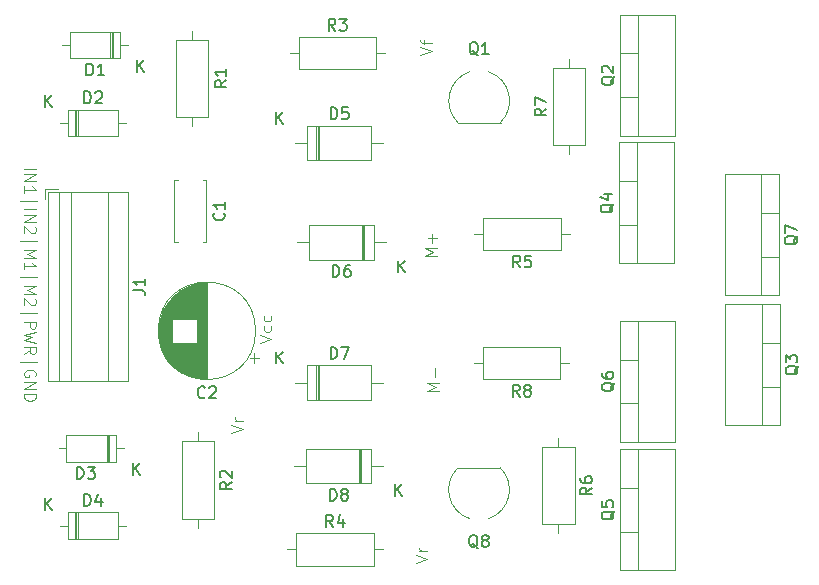
<source format=gbr>
%TF.GenerationSoftware,KiCad,Pcbnew,9.0.1*%
%TF.CreationDate,2025-04-11T16:43:42-04:00*%
%TF.ProjectId,h-bridge,682d6272-6964-4676-952e-6b696361645f,rev?*%
%TF.SameCoordinates,Original*%
%TF.FileFunction,Legend,Top*%
%TF.FilePolarity,Positive*%
%FSLAX46Y46*%
G04 Gerber Fmt 4.6, Leading zero omitted, Abs format (unit mm)*
G04 Created by KiCad (PCBNEW 9.0.1) date 2025-04-11 16:43:42*
%MOMM*%
%LPD*%
G01*
G04 APERTURE LIST*
%ADD10C,0.100000*%
%ADD11C,0.150000*%
%ADD12C,0.120000*%
G04 APERTURE END LIST*
D10*
X129472419Y-117063972D02*
X130472419Y-116730639D01*
X130472419Y-116730639D02*
X129472419Y-116397306D01*
X130472419Y-116063972D02*
X129805752Y-116063972D01*
X129996228Y-116063972D02*
X129900990Y-116016353D01*
X129900990Y-116016353D02*
X129853371Y-115968734D01*
X129853371Y-115968734D02*
X129805752Y-115873496D01*
X129805752Y-115873496D02*
X129805752Y-115778258D01*
X129872419Y-74038972D02*
X130872419Y-73705639D01*
X130872419Y-73705639D02*
X129872419Y-73372306D01*
X130205752Y-73181829D02*
X130205752Y-72800877D01*
X130872419Y-73038972D02*
X130015276Y-73038972D01*
X130015276Y-73038972D02*
X129920038Y-72991353D01*
X129920038Y-72991353D02*
X129872419Y-72896115D01*
X129872419Y-72896115D02*
X129872419Y-72800877D01*
X116272419Y-98438972D02*
X117272419Y-98105639D01*
X117272419Y-98105639D02*
X116272419Y-97772306D01*
X117224800Y-97010401D02*
X117272419Y-97105639D01*
X117272419Y-97105639D02*
X117272419Y-97296115D01*
X117272419Y-97296115D02*
X117224800Y-97391353D01*
X117224800Y-97391353D02*
X117177180Y-97438972D01*
X117177180Y-97438972D02*
X117081942Y-97486591D01*
X117081942Y-97486591D02*
X116796228Y-97486591D01*
X116796228Y-97486591D02*
X116700990Y-97438972D01*
X116700990Y-97438972D02*
X116653371Y-97391353D01*
X116653371Y-97391353D02*
X116605752Y-97296115D01*
X116605752Y-97296115D02*
X116605752Y-97105639D01*
X116605752Y-97105639D02*
X116653371Y-97010401D01*
X117224800Y-96153258D02*
X117272419Y-96248496D01*
X117272419Y-96248496D02*
X117272419Y-96438972D01*
X117272419Y-96438972D02*
X117224800Y-96534210D01*
X117224800Y-96534210D02*
X117177180Y-96581829D01*
X117177180Y-96581829D02*
X117081942Y-96629448D01*
X117081942Y-96629448D02*
X116796228Y-96629448D01*
X116796228Y-96629448D02*
X116700990Y-96581829D01*
X116700990Y-96581829D02*
X116653371Y-96534210D01*
X116653371Y-96534210D02*
X116605752Y-96438972D01*
X116605752Y-96438972D02*
X116605752Y-96248496D01*
X116605752Y-96248496D02*
X116653371Y-96153258D01*
X131472419Y-102496115D02*
X130472419Y-102496115D01*
X130472419Y-102496115D02*
X131186704Y-102162782D01*
X131186704Y-102162782D02*
X130472419Y-101829449D01*
X130472419Y-101829449D02*
X131472419Y-101829449D01*
X131091466Y-101353258D02*
X131091466Y-100591354D01*
X131272419Y-91096115D02*
X130272419Y-91096115D01*
X130272419Y-91096115D02*
X130986704Y-90762782D01*
X130986704Y-90762782D02*
X130272419Y-90429449D01*
X130272419Y-90429449D02*
X131272419Y-90429449D01*
X130891466Y-89953258D02*
X130891466Y-89191354D01*
X131272419Y-89572306D02*
X130510514Y-89572306D01*
X96327580Y-83703884D02*
X97327580Y-83703884D01*
X96327580Y-84180074D02*
X97327580Y-84180074D01*
X97327580Y-84180074D02*
X96327580Y-84751502D01*
X96327580Y-84751502D02*
X97327580Y-84751502D01*
X96327580Y-85751502D02*
X96327580Y-85180074D01*
X96327580Y-85465788D02*
X97327580Y-85465788D01*
X97327580Y-85465788D02*
X97184723Y-85370550D01*
X97184723Y-85370550D02*
X97089485Y-85275312D01*
X97089485Y-85275312D02*
X97041866Y-85180074D01*
X95994247Y-86418169D02*
X97422819Y-86418169D01*
X96327580Y-87132455D02*
X97327580Y-87132455D01*
X96327580Y-87608645D02*
X97327580Y-87608645D01*
X97327580Y-87608645D02*
X96327580Y-88180073D01*
X96327580Y-88180073D02*
X97327580Y-88180073D01*
X97232342Y-88608645D02*
X97279961Y-88656264D01*
X97279961Y-88656264D02*
X97327580Y-88751502D01*
X97327580Y-88751502D02*
X97327580Y-88989597D01*
X97327580Y-88989597D02*
X97279961Y-89084835D01*
X97279961Y-89084835D02*
X97232342Y-89132454D01*
X97232342Y-89132454D02*
X97137104Y-89180073D01*
X97137104Y-89180073D02*
X97041866Y-89180073D01*
X97041866Y-89180073D02*
X96899009Y-89132454D01*
X96899009Y-89132454D02*
X96327580Y-88561026D01*
X96327580Y-88561026D02*
X96327580Y-89180073D01*
X95994247Y-89846740D02*
X97422819Y-89846740D01*
X96327580Y-90561026D02*
X97327580Y-90561026D01*
X97327580Y-90561026D02*
X96613295Y-90894359D01*
X96613295Y-90894359D02*
X97327580Y-91227692D01*
X97327580Y-91227692D02*
X96327580Y-91227692D01*
X96327580Y-92227692D02*
X96327580Y-91656264D01*
X96327580Y-91941978D02*
X97327580Y-91941978D01*
X97327580Y-91941978D02*
X97184723Y-91846740D01*
X97184723Y-91846740D02*
X97089485Y-91751502D01*
X97089485Y-91751502D02*
X97041866Y-91656264D01*
X95994247Y-92894359D02*
X97422819Y-92894359D01*
X96327580Y-93608645D02*
X97327580Y-93608645D01*
X97327580Y-93608645D02*
X96613295Y-93941978D01*
X96613295Y-93941978D02*
X97327580Y-94275311D01*
X97327580Y-94275311D02*
X96327580Y-94275311D01*
X97232342Y-94703883D02*
X97279961Y-94751502D01*
X97279961Y-94751502D02*
X97327580Y-94846740D01*
X97327580Y-94846740D02*
X97327580Y-95084835D01*
X97327580Y-95084835D02*
X97279961Y-95180073D01*
X97279961Y-95180073D02*
X97232342Y-95227692D01*
X97232342Y-95227692D02*
X97137104Y-95275311D01*
X97137104Y-95275311D02*
X97041866Y-95275311D01*
X97041866Y-95275311D02*
X96899009Y-95227692D01*
X96899009Y-95227692D02*
X96327580Y-94656264D01*
X96327580Y-94656264D02*
X96327580Y-95275311D01*
X95994247Y-95941978D02*
X97422819Y-95941978D01*
X96327580Y-96656264D02*
X97327580Y-96656264D01*
X97327580Y-96656264D02*
X97327580Y-97037216D01*
X97327580Y-97037216D02*
X97279961Y-97132454D01*
X97279961Y-97132454D02*
X97232342Y-97180073D01*
X97232342Y-97180073D02*
X97137104Y-97227692D01*
X97137104Y-97227692D02*
X96994247Y-97227692D01*
X96994247Y-97227692D02*
X96899009Y-97180073D01*
X96899009Y-97180073D02*
X96851390Y-97132454D01*
X96851390Y-97132454D02*
X96803771Y-97037216D01*
X96803771Y-97037216D02*
X96803771Y-96656264D01*
X97327580Y-97561026D02*
X96327580Y-97799121D01*
X96327580Y-97799121D02*
X97041866Y-97989597D01*
X97041866Y-97989597D02*
X96327580Y-98180073D01*
X96327580Y-98180073D02*
X97327580Y-98418169D01*
X96327580Y-99370549D02*
X96803771Y-99037216D01*
X96327580Y-98799121D02*
X97327580Y-98799121D01*
X97327580Y-98799121D02*
X97327580Y-99180073D01*
X97327580Y-99180073D02*
X97279961Y-99275311D01*
X97279961Y-99275311D02*
X97232342Y-99322930D01*
X97232342Y-99322930D02*
X97137104Y-99370549D01*
X97137104Y-99370549D02*
X96994247Y-99370549D01*
X96994247Y-99370549D02*
X96899009Y-99322930D01*
X96899009Y-99322930D02*
X96851390Y-99275311D01*
X96851390Y-99275311D02*
X96803771Y-99180073D01*
X96803771Y-99180073D02*
X96803771Y-98799121D01*
X95994247Y-100037216D02*
X97422819Y-100037216D01*
X97279961Y-101275311D02*
X97327580Y-101180073D01*
X97327580Y-101180073D02*
X97327580Y-101037216D01*
X97327580Y-101037216D02*
X97279961Y-100894359D01*
X97279961Y-100894359D02*
X97184723Y-100799121D01*
X97184723Y-100799121D02*
X97089485Y-100751502D01*
X97089485Y-100751502D02*
X96899009Y-100703883D01*
X96899009Y-100703883D02*
X96756152Y-100703883D01*
X96756152Y-100703883D02*
X96565676Y-100751502D01*
X96565676Y-100751502D02*
X96470438Y-100799121D01*
X96470438Y-100799121D02*
X96375200Y-100894359D01*
X96375200Y-100894359D02*
X96327580Y-101037216D01*
X96327580Y-101037216D02*
X96327580Y-101132454D01*
X96327580Y-101132454D02*
X96375200Y-101275311D01*
X96375200Y-101275311D02*
X96422819Y-101322930D01*
X96422819Y-101322930D02*
X96756152Y-101322930D01*
X96756152Y-101322930D02*
X96756152Y-101132454D01*
X96327580Y-101751502D02*
X97327580Y-101751502D01*
X97327580Y-101751502D02*
X96327580Y-102322930D01*
X96327580Y-102322930D02*
X97327580Y-102322930D01*
X96327580Y-102799121D02*
X97327580Y-102799121D01*
X97327580Y-102799121D02*
X97327580Y-103037216D01*
X97327580Y-103037216D02*
X97279961Y-103180073D01*
X97279961Y-103180073D02*
X97184723Y-103275311D01*
X97184723Y-103275311D02*
X97089485Y-103322930D01*
X97089485Y-103322930D02*
X96899009Y-103370549D01*
X96899009Y-103370549D02*
X96756152Y-103370549D01*
X96756152Y-103370549D02*
X96565676Y-103322930D01*
X96565676Y-103322930D02*
X96470438Y-103275311D01*
X96470438Y-103275311D02*
X96375200Y-103180073D01*
X96375200Y-103180073D02*
X96327580Y-103037216D01*
X96327580Y-103037216D02*
X96327580Y-102799121D01*
X113872419Y-106038972D02*
X114872419Y-105705639D01*
X114872419Y-105705639D02*
X113872419Y-105372306D01*
X114872419Y-105038972D02*
X114205752Y-105038972D01*
X114396228Y-105038972D02*
X114300990Y-104991353D01*
X114300990Y-104991353D02*
X114253371Y-104943734D01*
X114253371Y-104943734D02*
X114205752Y-104848496D01*
X114205752Y-104848496D02*
X114205752Y-104753258D01*
D11*
X134749761Y-115825057D02*
X134654523Y-115777438D01*
X134654523Y-115777438D02*
X134559285Y-115682200D01*
X134559285Y-115682200D02*
X134416428Y-115539342D01*
X134416428Y-115539342D02*
X134321190Y-115491723D01*
X134321190Y-115491723D02*
X134225952Y-115491723D01*
X134273571Y-115729819D02*
X134178333Y-115682200D01*
X134178333Y-115682200D02*
X134083095Y-115586961D01*
X134083095Y-115586961D02*
X134035476Y-115396485D01*
X134035476Y-115396485D02*
X134035476Y-115063152D01*
X134035476Y-115063152D02*
X134083095Y-114872676D01*
X134083095Y-114872676D02*
X134178333Y-114777438D01*
X134178333Y-114777438D02*
X134273571Y-114729819D01*
X134273571Y-114729819D02*
X134464047Y-114729819D01*
X134464047Y-114729819D02*
X134559285Y-114777438D01*
X134559285Y-114777438D02*
X134654523Y-114872676D01*
X134654523Y-114872676D02*
X134702142Y-115063152D01*
X134702142Y-115063152D02*
X134702142Y-115396485D01*
X134702142Y-115396485D02*
X134654523Y-115586961D01*
X134654523Y-115586961D02*
X134559285Y-115682200D01*
X134559285Y-115682200D02*
X134464047Y-115729819D01*
X134464047Y-115729819D02*
X134273571Y-115729819D01*
X135273571Y-115158390D02*
X135178333Y-115110771D01*
X135178333Y-115110771D02*
X135130714Y-115063152D01*
X135130714Y-115063152D02*
X135083095Y-114967914D01*
X135083095Y-114967914D02*
X135083095Y-114920295D01*
X135083095Y-114920295D02*
X135130714Y-114825057D01*
X135130714Y-114825057D02*
X135178333Y-114777438D01*
X135178333Y-114777438D02*
X135273571Y-114729819D01*
X135273571Y-114729819D02*
X135464047Y-114729819D01*
X135464047Y-114729819D02*
X135559285Y-114777438D01*
X135559285Y-114777438D02*
X135606904Y-114825057D01*
X135606904Y-114825057D02*
X135654523Y-114920295D01*
X135654523Y-114920295D02*
X135654523Y-114967914D01*
X135654523Y-114967914D02*
X135606904Y-115063152D01*
X135606904Y-115063152D02*
X135559285Y-115110771D01*
X135559285Y-115110771D02*
X135464047Y-115158390D01*
X135464047Y-115158390D02*
X135273571Y-115158390D01*
X135273571Y-115158390D02*
X135178333Y-115206009D01*
X135178333Y-115206009D02*
X135130714Y-115253628D01*
X135130714Y-115253628D02*
X135083095Y-115348866D01*
X135083095Y-115348866D02*
X135083095Y-115539342D01*
X135083095Y-115539342D02*
X135130714Y-115634580D01*
X135130714Y-115634580D02*
X135178333Y-115682200D01*
X135178333Y-115682200D02*
X135273571Y-115729819D01*
X135273571Y-115729819D02*
X135464047Y-115729819D01*
X135464047Y-115729819D02*
X135559285Y-115682200D01*
X135559285Y-115682200D02*
X135606904Y-115634580D01*
X135606904Y-115634580D02*
X135654523Y-115539342D01*
X135654523Y-115539342D02*
X135654523Y-115348866D01*
X135654523Y-115348866D02*
X135606904Y-115253628D01*
X135606904Y-115253628D02*
X135559285Y-115206009D01*
X135559285Y-115206009D02*
X135464047Y-115158390D01*
X134774761Y-74095057D02*
X134679523Y-74047438D01*
X134679523Y-74047438D02*
X134584285Y-73952200D01*
X134584285Y-73952200D02*
X134441428Y-73809342D01*
X134441428Y-73809342D02*
X134346190Y-73761723D01*
X134346190Y-73761723D02*
X134250952Y-73761723D01*
X134298571Y-73999819D02*
X134203333Y-73952200D01*
X134203333Y-73952200D02*
X134108095Y-73856961D01*
X134108095Y-73856961D02*
X134060476Y-73666485D01*
X134060476Y-73666485D02*
X134060476Y-73333152D01*
X134060476Y-73333152D02*
X134108095Y-73142676D01*
X134108095Y-73142676D02*
X134203333Y-73047438D01*
X134203333Y-73047438D02*
X134298571Y-72999819D01*
X134298571Y-72999819D02*
X134489047Y-72999819D01*
X134489047Y-72999819D02*
X134584285Y-73047438D01*
X134584285Y-73047438D02*
X134679523Y-73142676D01*
X134679523Y-73142676D02*
X134727142Y-73333152D01*
X134727142Y-73333152D02*
X134727142Y-73666485D01*
X134727142Y-73666485D02*
X134679523Y-73856961D01*
X134679523Y-73856961D02*
X134584285Y-73952200D01*
X134584285Y-73952200D02*
X134489047Y-73999819D01*
X134489047Y-73999819D02*
X134298571Y-73999819D01*
X135679523Y-73999819D02*
X135108095Y-73999819D01*
X135393809Y-73999819D02*
X135393809Y-72999819D01*
X135393809Y-72999819D02*
X135298571Y-73142676D01*
X135298571Y-73142676D02*
X135203333Y-73237914D01*
X135203333Y-73237914D02*
X135108095Y-73285533D01*
X101416905Y-78159819D02*
X101416905Y-77159819D01*
X101416905Y-77159819D02*
X101655000Y-77159819D01*
X101655000Y-77159819D02*
X101797857Y-77207438D01*
X101797857Y-77207438D02*
X101893095Y-77302676D01*
X101893095Y-77302676D02*
X101940714Y-77397914D01*
X101940714Y-77397914D02*
X101988333Y-77588390D01*
X101988333Y-77588390D02*
X101988333Y-77731247D01*
X101988333Y-77731247D02*
X101940714Y-77921723D01*
X101940714Y-77921723D02*
X101893095Y-78016961D01*
X101893095Y-78016961D02*
X101797857Y-78112200D01*
X101797857Y-78112200D02*
X101655000Y-78159819D01*
X101655000Y-78159819D02*
X101416905Y-78159819D01*
X102369286Y-77255057D02*
X102416905Y-77207438D01*
X102416905Y-77207438D02*
X102512143Y-77159819D01*
X102512143Y-77159819D02*
X102750238Y-77159819D01*
X102750238Y-77159819D02*
X102845476Y-77207438D01*
X102845476Y-77207438D02*
X102893095Y-77255057D01*
X102893095Y-77255057D02*
X102940714Y-77350295D01*
X102940714Y-77350295D02*
X102940714Y-77445533D01*
X102940714Y-77445533D02*
X102893095Y-77588390D01*
X102893095Y-77588390D02*
X102321667Y-78159819D01*
X102321667Y-78159819D02*
X102940714Y-78159819D01*
X98083095Y-78479819D02*
X98083095Y-77479819D01*
X98654523Y-78479819D02*
X98225952Y-77908390D01*
X98654523Y-77479819D02*
X98083095Y-78051247D01*
X113459819Y-76211666D02*
X112983628Y-76544999D01*
X113459819Y-76783094D02*
X112459819Y-76783094D01*
X112459819Y-76783094D02*
X112459819Y-76402142D01*
X112459819Y-76402142D02*
X112507438Y-76306904D01*
X112507438Y-76306904D02*
X112555057Y-76259285D01*
X112555057Y-76259285D02*
X112650295Y-76211666D01*
X112650295Y-76211666D02*
X112793152Y-76211666D01*
X112793152Y-76211666D02*
X112888390Y-76259285D01*
X112888390Y-76259285D02*
X112936009Y-76306904D01*
X112936009Y-76306904D02*
X112983628Y-76402142D01*
X112983628Y-76402142D02*
X112983628Y-76783094D01*
X113459819Y-75259285D02*
X113459819Y-75830713D01*
X113459819Y-75544999D02*
X112459819Y-75544999D01*
X112459819Y-75544999D02*
X112602676Y-75640237D01*
X112602676Y-75640237D02*
X112697914Y-75735475D01*
X112697914Y-75735475D02*
X112745533Y-75830713D01*
X111643635Y-103034580D02*
X111596016Y-103082200D01*
X111596016Y-103082200D02*
X111453159Y-103129819D01*
X111453159Y-103129819D02*
X111357921Y-103129819D01*
X111357921Y-103129819D02*
X111215064Y-103082200D01*
X111215064Y-103082200D02*
X111119826Y-102986961D01*
X111119826Y-102986961D02*
X111072207Y-102891723D01*
X111072207Y-102891723D02*
X111024588Y-102701247D01*
X111024588Y-102701247D02*
X111024588Y-102558390D01*
X111024588Y-102558390D02*
X111072207Y-102367914D01*
X111072207Y-102367914D02*
X111119826Y-102272676D01*
X111119826Y-102272676D02*
X111215064Y-102177438D01*
X111215064Y-102177438D02*
X111357921Y-102129819D01*
X111357921Y-102129819D02*
X111453159Y-102129819D01*
X111453159Y-102129819D02*
X111596016Y-102177438D01*
X111596016Y-102177438D02*
X111643635Y-102225057D01*
X112024588Y-102225057D02*
X112072207Y-102177438D01*
X112072207Y-102177438D02*
X112167445Y-102129819D01*
X112167445Y-102129819D02*
X112405540Y-102129819D01*
X112405540Y-102129819D02*
X112500778Y-102177438D01*
X112500778Y-102177438D02*
X112548397Y-102225057D01*
X112548397Y-102225057D02*
X112596016Y-102320295D01*
X112596016Y-102320295D02*
X112596016Y-102415533D01*
X112596016Y-102415533D02*
X112548397Y-102558390D01*
X112548397Y-102558390D02*
X111976969Y-103129819D01*
X111976969Y-103129819D02*
X112596016Y-103129819D01*
X101416905Y-112259819D02*
X101416905Y-111259819D01*
X101416905Y-111259819D02*
X101655000Y-111259819D01*
X101655000Y-111259819D02*
X101797857Y-111307438D01*
X101797857Y-111307438D02*
X101893095Y-111402676D01*
X101893095Y-111402676D02*
X101940714Y-111497914D01*
X101940714Y-111497914D02*
X101988333Y-111688390D01*
X101988333Y-111688390D02*
X101988333Y-111831247D01*
X101988333Y-111831247D02*
X101940714Y-112021723D01*
X101940714Y-112021723D02*
X101893095Y-112116961D01*
X101893095Y-112116961D02*
X101797857Y-112212200D01*
X101797857Y-112212200D02*
X101655000Y-112259819D01*
X101655000Y-112259819D02*
X101416905Y-112259819D01*
X102845476Y-111593152D02*
X102845476Y-112259819D01*
X102607381Y-111212200D02*
X102369286Y-111926485D01*
X102369286Y-111926485D02*
X102988333Y-111926485D01*
X98083095Y-112579819D02*
X98083095Y-111579819D01*
X98654523Y-112579819D02*
X98225952Y-112008390D01*
X98654523Y-111579819D02*
X98083095Y-112151247D01*
X144399819Y-110706666D02*
X143923628Y-111039999D01*
X144399819Y-111278094D02*
X143399819Y-111278094D01*
X143399819Y-111278094D02*
X143399819Y-110897142D01*
X143399819Y-110897142D02*
X143447438Y-110801904D01*
X143447438Y-110801904D02*
X143495057Y-110754285D01*
X143495057Y-110754285D02*
X143590295Y-110706666D01*
X143590295Y-110706666D02*
X143733152Y-110706666D01*
X143733152Y-110706666D02*
X143828390Y-110754285D01*
X143828390Y-110754285D02*
X143876009Y-110801904D01*
X143876009Y-110801904D02*
X143923628Y-110897142D01*
X143923628Y-110897142D02*
X143923628Y-111278094D01*
X143399819Y-109849523D02*
X143399819Y-110039999D01*
X143399819Y-110039999D02*
X143447438Y-110135237D01*
X143447438Y-110135237D02*
X143495057Y-110182856D01*
X143495057Y-110182856D02*
X143637914Y-110278094D01*
X143637914Y-110278094D02*
X143828390Y-110325713D01*
X143828390Y-110325713D02*
X144209342Y-110325713D01*
X144209342Y-110325713D02*
X144304580Y-110278094D01*
X144304580Y-110278094D02*
X144352200Y-110230475D01*
X144352200Y-110230475D02*
X144399819Y-110135237D01*
X144399819Y-110135237D02*
X144399819Y-109944761D01*
X144399819Y-109944761D02*
X144352200Y-109849523D01*
X144352200Y-109849523D02*
X144304580Y-109801904D01*
X144304580Y-109801904D02*
X144209342Y-109754285D01*
X144209342Y-109754285D02*
X143971247Y-109754285D01*
X143971247Y-109754285D02*
X143876009Y-109801904D01*
X143876009Y-109801904D02*
X143828390Y-109849523D01*
X143828390Y-109849523D02*
X143780771Y-109944761D01*
X143780771Y-109944761D02*
X143780771Y-110135237D01*
X143780771Y-110135237D02*
X143828390Y-110230475D01*
X143828390Y-110230475D02*
X143876009Y-110278094D01*
X143876009Y-110278094D02*
X143971247Y-110325713D01*
X122216905Y-111799819D02*
X122216905Y-110799819D01*
X122216905Y-110799819D02*
X122455000Y-110799819D01*
X122455000Y-110799819D02*
X122597857Y-110847438D01*
X122597857Y-110847438D02*
X122693095Y-110942676D01*
X122693095Y-110942676D02*
X122740714Y-111037914D01*
X122740714Y-111037914D02*
X122788333Y-111228390D01*
X122788333Y-111228390D02*
X122788333Y-111371247D01*
X122788333Y-111371247D02*
X122740714Y-111561723D01*
X122740714Y-111561723D02*
X122693095Y-111656961D01*
X122693095Y-111656961D02*
X122597857Y-111752200D01*
X122597857Y-111752200D02*
X122455000Y-111799819D01*
X122455000Y-111799819D02*
X122216905Y-111799819D01*
X123359762Y-111228390D02*
X123264524Y-111180771D01*
X123264524Y-111180771D02*
X123216905Y-111133152D01*
X123216905Y-111133152D02*
X123169286Y-111037914D01*
X123169286Y-111037914D02*
X123169286Y-110990295D01*
X123169286Y-110990295D02*
X123216905Y-110895057D01*
X123216905Y-110895057D02*
X123264524Y-110847438D01*
X123264524Y-110847438D02*
X123359762Y-110799819D01*
X123359762Y-110799819D02*
X123550238Y-110799819D01*
X123550238Y-110799819D02*
X123645476Y-110847438D01*
X123645476Y-110847438D02*
X123693095Y-110895057D01*
X123693095Y-110895057D02*
X123740714Y-110990295D01*
X123740714Y-110990295D02*
X123740714Y-111037914D01*
X123740714Y-111037914D02*
X123693095Y-111133152D01*
X123693095Y-111133152D02*
X123645476Y-111180771D01*
X123645476Y-111180771D02*
X123550238Y-111228390D01*
X123550238Y-111228390D02*
X123359762Y-111228390D01*
X123359762Y-111228390D02*
X123264524Y-111276009D01*
X123264524Y-111276009D02*
X123216905Y-111323628D01*
X123216905Y-111323628D02*
X123169286Y-111418866D01*
X123169286Y-111418866D02*
X123169286Y-111609342D01*
X123169286Y-111609342D02*
X123216905Y-111704580D01*
X123216905Y-111704580D02*
X123264524Y-111752200D01*
X123264524Y-111752200D02*
X123359762Y-111799819D01*
X123359762Y-111799819D02*
X123550238Y-111799819D01*
X123550238Y-111799819D02*
X123645476Y-111752200D01*
X123645476Y-111752200D02*
X123693095Y-111704580D01*
X123693095Y-111704580D02*
X123740714Y-111609342D01*
X123740714Y-111609342D02*
X123740714Y-111418866D01*
X123740714Y-111418866D02*
X123693095Y-111323628D01*
X123693095Y-111323628D02*
X123645476Y-111276009D01*
X123645476Y-111276009D02*
X123550238Y-111228390D01*
X127773095Y-111429819D02*
X127773095Y-110429819D01*
X128344523Y-111429819D02*
X127915952Y-110858390D01*
X128344523Y-110429819D02*
X127773095Y-111001247D01*
X138328333Y-92049819D02*
X137995000Y-91573628D01*
X137756905Y-92049819D02*
X137756905Y-91049819D01*
X137756905Y-91049819D02*
X138137857Y-91049819D01*
X138137857Y-91049819D02*
X138233095Y-91097438D01*
X138233095Y-91097438D02*
X138280714Y-91145057D01*
X138280714Y-91145057D02*
X138328333Y-91240295D01*
X138328333Y-91240295D02*
X138328333Y-91383152D01*
X138328333Y-91383152D02*
X138280714Y-91478390D01*
X138280714Y-91478390D02*
X138233095Y-91526009D01*
X138233095Y-91526009D02*
X138137857Y-91573628D01*
X138137857Y-91573628D02*
X137756905Y-91573628D01*
X139233095Y-91049819D02*
X138756905Y-91049819D01*
X138756905Y-91049819D02*
X138709286Y-91526009D01*
X138709286Y-91526009D02*
X138756905Y-91478390D01*
X138756905Y-91478390D02*
X138852143Y-91430771D01*
X138852143Y-91430771D02*
X139090238Y-91430771D01*
X139090238Y-91430771D02*
X139185476Y-91478390D01*
X139185476Y-91478390D02*
X139233095Y-91526009D01*
X139233095Y-91526009D02*
X139280714Y-91621247D01*
X139280714Y-91621247D02*
X139280714Y-91859342D01*
X139280714Y-91859342D02*
X139233095Y-91954580D01*
X139233095Y-91954580D02*
X139185476Y-92002200D01*
X139185476Y-92002200D02*
X139090238Y-92049819D01*
X139090238Y-92049819D02*
X138852143Y-92049819D01*
X138852143Y-92049819D02*
X138756905Y-92002200D01*
X138756905Y-92002200D02*
X138709286Y-91954580D01*
X113899819Y-110221666D02*
X113423628Y-110554999D01*
X113899819Y-110793094D02*
X112899819Y-110793094D01*
X112899819Y-110793094D02*
X112899819Y-110412142D01*
X112899819Y-110412142D02*
X112947438Y-110316904D01*
X112947438Y-110316904D02*
X112995057Y-110269285D01*
X112995057Y-110269285D02*
X113090295Y-110221666D01*
X113090295Y-110221666D02*
X113233152Y-110221666D01*
X113233152Y-110221666D02*
X113328390Y-110269285D01*
X113328390Y-110269285D02*
X113376009Y-110316904D01*
X113376009Y-110316904D02*
X113423628Y-110412142D01*
X113423628Y-110412142D02*
X113423628Y-110793094D01*
X112995057Y-109840713D02*
X112947438Y-109793094D01*
X112947438Y-109793094D02*
X112899819Y-109697856D01*
X112899819Y-109697856D02*
X112899819Y-109459761D01*
X112899819Y-109459761D02*
X112947438Y-109364523D01*
X112947438Y-109364523D02*
X112995057Y-109316904D01*
X112995057Y-109316904D02*
X113090295Y-109269285D01*
X113090295Y-109269285D02*
X113185533Y-109269285D01*
X113185533Y-109269285D02*
X113328390Y-109316904D01*
X113328390Y-109316904D02*
X113899819Y-109888332D01*
X113899819Y-109888332D02*
X113899819Y-109269285D01*
X146325057Y-101800238D02*
X146277438Y-101895476D01*
X146277438Y-101895476D02*
X146182200Y-101990714D01*
X146182200Y-101990714D02*
X146039342Y-102133571D01*
X146039342Y-102133571D02*
X145991723Y-102228809D01*
X145991723Y-102228809D02*
X145991723Y-102324047D01*
X146229819Y-102276428D02*
X146182200Y-102371666D01*
X146182200Y-102371666D02*
X146086961Y-102466904D01*
X146086961Y-102466904D02*
X145896485Y-102514523D01*
X145896485Y-102514523D02*
X145563152Y-102514523D01*
X145563152Y-102514523D02*
X145372676Y-102466904D01*
X145372676Y-102466904D02*
X145277438Y-102371666D01*
X145277438Y-102371666D02*
X145229819Y-102276428D01*
X145229819Y-102276428D02*
X145229819Y-102085952D01*
X145229819Y-102085952D02*
X145277438Y-101990714D01*
X145277438Y-101990714D02*
X145372676Y-101895476D01*
X145372676Y-101895476D02*
X145563152Y-101847857D01*
X145563152Y-101847857D02*
X145896485Y-101847857D01*
X145896485Y-101847857D02*
X146086961Y-101895476D01*
X146086961Y-101895476D02*
X146182200Y-101990714D01*
X146182200Y-101990714D02*
X146229819Y-102085952D01*
X146229819Y-102085952D02*
X146229819Y-102276428D01*
X145229819Y-100990714D02*
X145229819Y-101181190D01*
X145229819Y-101181190D02*
X145277438Y-101276428D01*
X145277438Y-101276428D02*
X145325057Y-101324047D01*
X145325057Y-101324047D02*
X145467914Y-101419285D01*
X145467914Y-101419285D02*
X145658390Y-101466904D01*
X145658390Y-101466904D02*
X146039342Y-101466904D01*
X146039342Y-101466904D02*
X146134580Y-101419285D01*
X146134580Y-101419285D02*
X146182200Y-101371666D01*
X146182200Y-101371666D02*
X146229819Y-101276428D01*
X146229819Y-101276428D02*
X146229819Y-101085952D01*
X146229819Y-101085952D02*
X146182200Y-100990714D01*
X146182200Y-100990714D02*
X146134580Y-100943095D01*
X146134580Y-100943095D02*
X146039342Y-100895476D01*
X146039342Y-100895476D02*
X145801247Y-100895476D01*
X145801247Y-100895476D02*
X145706009Y-100943095D01*
X145706009Y-100943095D02*
X145658390Y-100990714D01*
X145658390Y-100990714D02*
X145610771Y-101085952D01*
X145610771Y-101085952D02*
X145610771Y-101276428D01*
X145610771Y-101276428D02*
X145658390Y-101371666D01*
X145658390Y-101371666D02*
X145706009Y-101419285D01*
X145706009Y-101419285D02*
X145801247Y-101466904D01*
X122461905Y-92849819D02*
X122461905Y-91849819D01*
X122461905Y-91849819D02*
X122700000Y-91849819D01*
X122700000Y-91849819D02*
X122842857Y-91897438D01*
X122842857Y-91897438D02*
X122938095Y-91992676D01*
X122938095Y-91992676D02*
X122985714Y-92087914D01*
X122985714Y-92087914D02*
X123033333Y-92278390D01*
X123033333Y-92278390D02*
X123033333Y-92421247D01*
X123033333Y-92421247D02*
X122985714Y-92611723D01*
X122985714Y-92611723D02*
X122938095Y-92706961D01*
X122938095Y-92706961D02*
X122842857Y-92802200D01*
X122842857Y-92802200D02*
X122700000Y-92849819D01*
X122700000Y-92849819D02*
X122461905Y-92849819D01*
X123890476Y-91849819D02*
X123700000Y-91849819D01*
X123700000Y-91849819D02*
X123604762Y-91897438D01*
X123604762Y-91897438D02*
X123557143Y-91945057D01*
X123557143Y-91945057D02*
X123461905Y-92087914D01*
X123461905Y-92087914D02*
X123414286Y-92278390D01*
X123414286Y-92278390D02*
X123414286Y-92659342D01*
X123414286Y-92659342D02*
X123461905Y-92754580D01*
X123461905Y-92754580D02*
X123509524Y-92802200D01*
X123509524Y-92802200D02*
X123604762Y-92849819D01*
X123604762Y-92849819D02*
X123795238Y-92849819D01*
X123795238Y-92849819D02*
X123890476Y-92802200D01*
X123890476Y-92802200D02*
X123938095Y-92754580D01*
X123938095Y-92754580D02*
X123985714Y-92659342D01*
X123985714Y-92659342D02*
X123985714Y-92421247D01*
X123985714Y-92421247D02*
X123938095Y-92326009D01*
X123938095Y-92326009D02*
X123890476Y-92278390D01*
X123890476Y-92278390D02*
X123795238Y-92230771D01*
X123795238Y-92230771D02*
X123604762Y-92230771D01*
X123604762Y-92230771D02*
X123509524Y-92278390D01*
X123509524Y-92278390D02*
X123461905Y-92326009D01*
X123461905Y-92326009D02*
X123414286Y-92421247D01*
X128018095Y-92479819D02*
X128018095Y-91479819D01*
X128589523Y-92479819D02*
X128160952Y-91908390D01*
X128589523Y-91479819D02*
X128018095Y-92051247D01*
X138278333Y-102999819D02*
X137945000Y-102523628D01*
X137706905Y-102999819D02*
X137706905Y-101999819D01*
X137706905Y-101999819D02*
X138087857Y-101999819D01*
X138087857Y-101999819D02*
X138183095Y-102047438D01*
X138183095Y-102047438D02*
X138230714Y-102095057D01*
X138230714Y-102095057D02*
X138278333Y-102190295D01*
X138278333Y-102190295D02*
X138278333Y-102333152D01*
X138278333Y-102333152D02*
X138230714Y-102428390D01*
X138230714Y-102428390D02*
X138183095Y-102476009D01*
X138183095Y-102476009D02*
X138087857Y-102523628D01*
X138087857Y-102523628D02*
X137706905Y-102523628D01*
X138849762Y-102428390D02*
X138754524Y-102380771D01*
X138754524Y-102380771D02*
X138706905Y-102333152D01*
X138706905Y-102333152D02*
X138659286Y-102237914D01*
X138659286Y-102237914D02*
X138659286Y-102190295D01*
X138659286Y-102190295D02*
X138706905Y-102095057D01*
X138706905Y-102095057D02*
X138754524Y-102047438D01*
X138754524Y-102047438D02*
X138849762Y-101999819D01*
X138849762Y-101999819D02*
X139040238Y-101999819D01*
X139040238Y-101999819D02*
X139135476Y-102047438D01*
X139135476Y-102047438D02*
X139183095Y-102095057D01*
X139183095Y-102095057D02*
X139230714Y-102190295D01*
X139230714Y-102190295D02*
X139230714Y-102237914D01*
X139230714Y-102237914D02*
X139183095Y-102333152D01*
X139183095Y-102333152D02*
X139135476Y-102380771D01*
X139135476Y-102380771D02*
X139040238Y-102428390D01*
X139040238Y-102428390D02*
X138849762Y-102428390D01*
X138849762Y-102428390D02*
X138754524Y-102476009D01*
X138754524Y-102476009D02*
X138706905Y-102523628D01*
X138706905Y-102523628D02*
X138659286Y-102618866D01*
X138659286Y-102618866D02*
X138659286Y-102809342D01*
X138659286Y-102809342D02*
X138706905Y-102904580D01*
X138706905Y-102904580D02*
X138754524Y-102952200D01*
X138754524Y-102952200D02*
X138849762Y-102999819D01*
X138849762Y-102999819D02*
X139040238Y-102999819D01*
X139040238Y-102999819D02*
X139135476Y-102952200D01*
X139135476Y-102952200D02*
X139183095Y-102904580D01*
X139183095Y-102904580D02*
X139230714Y-102809342D01*
X139230714Y-102809342D02*
X139230714Y-102618866D01*
X139230714Y-102618866D02*
X139183095Y-102523628D01*
X139183095Y-102523628D02*
X139135476Y-102476009D01*
X139135476Y-102476009D02*
X139040238Y-102428390D01*
X146235057Y-86690238D02*
X146187438Y-86785476D01*
X146187438Y-86785476D02*
X146092200Y-86880714D01*
X146092200Y-86880714D02*
X145949342Y-87023571D01*
X145949342Y-87023571D02*
X145901723Y-87118809D01*
X145901723Y-87118809D02*
X145901723Y-87214047D01*
X146139819Y-87166428D02*
X146092200Y-87261666D01*
X146092200Y-87261666D02*
X145996961Y-87356904D01*
X145996961Y-87356904D02*
X145806485Y-87404523D01*
X145806485Y-87404523D02*
X145473152Y-87404523D01*
X145473152Y-87404523D02*
X145282676Y-87356904D01*
X145282676Y-87356904D02*
X145187438Y-87261666D01*
X145187438Y-87261666D02*
X145139819Y-87166428D01*
X145139819Y-87166428D02*
X145139819Y-86975952D01*
X145139819Y-86975952D02*
X145187438Y-86880714D01*
X145187438Y-86880714D02*
X145282676Y-86785476D01*
X145282676Y-86785476D02*
X145473152Y-86737857D01*
X145473152Y-86737857D02*
X145806485Y-86737857D01*
X145806485Y-86737857D02*
X145996961Y-86785476D01*
X145996961Y-86785476D02*
X146092200Y-86880714D01*
X146092200Y-86880714D02*
X146139819Y-86975952D01*
X146139819Y-86975952D02*
X146139819Y-87166428D01*
X145473152Y-85880714D02*
X146139819Y-85880714D01*
X145092200Y-86118809D02*
X145806485Y-86356904D01*
X145806485Y-86356904D02*
X145806485Y-85737857D01*
X161905057Y-100390238D02*
X161857438Y-100485476D01*
X161857438Y-100485476D02*
X161762200Y-100580714D01*
X161762200Y-100580714D02*
X161619342Y-100723571D01*
X161619342Y-100723571D02*
X161571723Y-100818809D01*
X161571723Y-100818809D02*
X161571723Y-100914047D01*
X161809819Y-100866428D02*
X161762200Y-100961666D01*
X161762200Y-100961666D02*
X161666961Y-101056904D01*
X161666961Y-101056904D02*
X161476485Y-101104523D01*
X161476485Y-101104523D02*
X161143152Y-101104523D01*
X161143152Y-101104523D02*
X160952676Y-101056904D01*
X160952676Y-101056904D02*
X160857438Y-100961666D01*
X160857438Y-100961666D02*
X160809819Y-100866428D01*
X160809819Y-100866428D02*
X160809819Y-100675952D01*
X160809819Y-100675952D02*
X160857438Y-100580714D01*
X160857438Y-100580714D02*
X160952676Y-100485476D01*
X160952676Y-100485476D02*
X161143152Y-100437857D01*
X161143152Y-100437857D02*
X161476485Y-100437857D01*
X161476485Y-100437857D02*
X161666961Y-100485476D01*
X161666961Y-100485476D02*
X161762200Y-100580714D01*
X161762200Y-100580714D02*
X161809819Y-100675952D01*
X161809819Y-100675952D02*
X161809819Y-100866428D01*
X160809819Y-100104523D02*
X160809819Y-99485476D01*
X160809819Y-99485476D02*
X161190771Y-99818809D01*
X161190771Y-99818809D02*
X161190771Y-99675952D01*
X161190771Y-99675952D02*
X161238390Y-99580714D01*
X161238390Y-99580714D02*
X161286009Y-99533095D01*
X161286009Y-99533095D02*
X161381247Y-99485476D01*
X161381247Y-99485476D02*
X161619342Y-99485476D01*
X161619342Y-99485476D02*
X161714580Y-99533095D01*
X161714580Y-99533095D02*
X161762200Y-99580714D01*
X161762200Y-99580714D02*
X161809819Y-99675952D01*
X161809819Y-99675952D02*
X161809819Y-99961666D01*
X161809819Y-99961666D02*
X161762200Y-100056904D01*
X161762200Y-100056904D02*
X161714580Y-100104523D01*
X146325057Y-75880238D02*
X146277438Y-75975476D01*
X146277438Y-75975476D02*
X146182200Y-76070714D01*
X146182200Y-76070714D02*
X146039342Y-76213571D01*
X146039342Y-76213571D02*
X145991723Y-76308809D01*
X145991723Y-76308809D02*
X145991723Y-76404047D01*
X146229819Y-76356428D02*
X146182200Y-76451666D01*
X146182200Y-76451666D02*
X146086961Y-76546904D01*
X146086961Y-76546904D02*
X145896485Y-76594523D01*
X145896485Y-76594523D02*
X145563152Y-76594523D01*
X145563152Y-76594523D02*
X145372676Y-76546904D01*
X145372676Y-76546904D02*
X145277438Y-76451666D01*
X145277438Y-76451666D02*
X145229819Y-76356428D01*
X145229819Y-76356428D02*
X145229819Y-76165952D01*
X145229819Y-76165952D02*
X145277438Y-76070714D01*
X145277438Y-76070714D02*
X145372676Y-75975476D01*
X145372676Y-75975476D02*
X145563152Y-75927857D01*
X145563152Y-75927857D02*
X145896485Y-75927857D01*
X145896485Y-75927857D02*
X146086961Y-75975476D01*
X146086961Y-75975476D02*
X146182200Y-76070714D01*
X146182200Y-76070714D02*
X146229819Y-76165952D01*
X146229819Y-76165952D02*
X146229819Y-76356428D01*
X145325057Y-75546904D02*
X145277438Y-75499285D01*
X145277438Y-75499285D02*
X145229819Y-75404047D01*
X145229819Y-75404047D02*
X145229819Y-75165952D01*
X145229819Y-75165952D02*
X145277438Y-75070714D01*
X145277438Y-75070714D02*
X145325057Y-75023095D01*
X145325057Y-75023095D02*
X145420295Y-74975476D01*
X145420295Y-74975476D02*
X145515533Y-74975476D01*
X145515533Y-74975476D02*
X145658390Y-75023095D01*
X145658390Y-75023095D02*
X146229819Y-75594523D01*
X146229819Y-75594523D02*
X146229819Y-74975476D01*
X122276905Y-79509819D02*
X122276905Y-78509819D01*
X122276905Y-78509819D02*
X122515000Y-78509819D01*
X122515000Y-78509819D02*
X122657857Y-78557438D01*
X122657857Y-78557438D02*
X122753095Y-78652676D01*
X122753095Y-78652676D02*
X122800714Y-78747914D01*
X122800714Y-78747914D02*
X122848333Y-78938390D01*
X122848333Y-78938390D02*
X122848333Y-79081247D01*
X122848333Y-79081247D02*
X122800714Y-79271723D01*
X122800714Y-79271723D02*
X122753095Y-79366961D01*
X122753095Y-79366961D02*
X122657857Y-79462200D01*
X122657857Y-79462200D02*
X122515000Y-79509819D01*
X122515000Y-79509819D02*
X122276905Y-79509819D01*
X123753095Y-78509819D02*
X123276905Y-78509819D01*
X123276905Y-78509819D02*
X123229286Y-78986009D01*
X123229286Y-78986009D02*
X123276905Y-78938390D01*
X123276905Y-78938390D02*
X123372143Y-78890771D01*
X123372143Y-78890771D02*
X123610238Y-78890771D01*
X123610238Y-78890771D02*
X123705476Y-78938390D01*
X123705476Y-78938390D02*
X123753095Y-78986009D01*
X123753095Y-78986009D02*
X123800714Y-79081247D01*
X123800714Y-79081247D02*
X123800714Y-79319342D01*
X123800714Y-79319342D02*
X123753095Y-79414580D01*
X123753095Y-79414580D02*
X123705476Y-79462200D01*
X123705476Y-79462200D02*
X123610238Y-79509819D01*
X123610238Y-79509819D02*
X123372143Y-79509819D01*
X123372143Y-79509819D02*
X123276905Y-79462200D01*
X123276905Y-79462200D02*
X123229286Y-79414580D01*
X117673095Y-79879819D02*
X117673095Y-78879819D01*
X118244523Y-79879819D02*
X117815952Y-79308390D01*
X118244523Y-78879819D02*
X117673095Y-79451247D01*
X105579819Y-93998333D02*
X106294104Y-93998333D01*
X106294104Y-93998333D02*
X106436961Y-94045952D01*
X106436961Y-94045952D02*
X106532200Y-94141190D01*
X106532200Y-94141190D02*
X106579819Y-94284047D01*
X106579819Y-94284047D02*
X106579819Y-94379285D01*
X106579819Y-92998333D02*
X106579819Y-93569761D01*
X106579819Y-93284047D02*
X105579819Y-93284047D01*
X105579819Y-93284047D02*
X105722676Y-93379285D01*
X105722676Y-93379285D02*
X105817914Y-93474523D01*
X105817914Y-93474523D02*
X105865533Y-93569761D01*
X146325057Y-112680238D02*
X146277438Y-112775476D01*
X146277438Y-112775476D02*
X146182200Y-112870714D01*
X146182200Y-112870714D02*
X146039342Y-113013571D01*
X146039342Y-113013571D02*
X145991723Y-113108809D01*
X145991723Y-113108809D02*
X145991723Y-113204047D01*
X146229819Y-113156428D02*
X146182200Y-113251666D01*
X146182200Y-113251666D02*
X146086961Y-113346904D01*
X146086961Y-113346904D02*
X145896485Y-113394523D01*
X145896485Y-113394523D02*
X145563152Y-113394523D01*
X145563152Y-113394523D02*
X145372676Y-113346904D01*
X145372676Y-113346904D02*
X145277438Y-113251666D01*
X145277438Y-113251666D02*
X145229819Y-113156428D01*
X145229819Y-113156428D02*
X145229819Y-112965952D01*
X145229819Y-112965952D02*
X145277438Y-112870714D01*
X145277438Y-112870714D02*
X145372676Y-112775476D01*
X145372676Y-112775476D02*
X145563152Y-112727857D01*
X145563152Y-112727857D02*
X145896485Y-112727857D01*
X145896485Y-112727857D02*
X146086961Y-112775476D01*
X146086961Y-112775476D02*
X146182200Y-112870714D01*
X146182200Y-112870714D02*
X146229819Y-112965952D01*
X146229819Y-112965952D02*
X146229819Y-113156428D01*
X145229819Y-111823095D02*
X145229819Y-112299285D01*
X145229819Y-112299285D02*
X145706009Y-112346904D01*
X145706009Y-112346904D02*
X145658390Y-112299285D01*
X145658390Y-112299285D02*
X145610771Y-112204047D01*
X145610771Y-112204047D02*
X145610771Y-111965952D01*
X145610771Y-111965952D02*
X145658390Y-111870714D01*
X145658390Y-111870714D02*
X145706009Y-111823095D01*
X145706009Y-111823095D02*
X145801247Y-111775476D01*
X145801247Y-111775476D02*
X146039342Y-111775476D01*
X146039342Y-111775476D02*
X146134580Y-111823095D01*
X146134580Y-111823095D02*
X146182200Y-111870714D01*
X146182200Y-111870714D02*
X146229819Y-111965952D01*
X146229819Y-111965952D02*
X146229819Y-112204047D01*
X146229819Y-112204047D02*
X146182200Y-112299285D01*
X146182200Y-112299285D02*
X146134580Y-112346904D01*
X113244580Y-87451666D02*
X113292200Y-87499285D01*
X113292200Y-87499285D02*
X113339819Y-87642142D01*
X113339819Y-87642142D02*
X113339819Y-87737380D01*
X113339819Y-87737380D02*
X113292200Y-87880237D01*
X113292200Y-87880237D02*
X113196961Y-87975475D01*
X113196961Y-87975475D02*
X113101723Y-88023094D01*
X113101723Y-88023094D02*
X112911247Y-88070713D01*
X112911247Y-88070713D02*
X112768390Y-88070713D01*
X112768390Y-88070713D02*
X112577914Y-88023094D01*
X112577914Y-88023094D02*
X112482676Y-87975475D01*
X112482676Y-87975475D02*
X112387438Y-87880237D01*
X112387438Y-87880237D02*
X112339819Y-87737380D01*
X112339819Y-87737380D02*
X112339819Y-87642142D01*
X112339819Y-87642142D02*
X112387438Y-87499285D01*
X112387438Y-87499285D02*
X112435057Y-87451666D01*
X113339819Y-86499285D02*
X113339819Y-87070713D01*
X113339819Y-86784999D02*
X112339819Y-86784999D01*
X112339819Y-86784999D02*
X112482676Y-86880237D01*
X112482676Y-86880237D02*
X112577914Y-86975475D01*
X112577914Y-86975475D02*
X112625533Y-87070713D01*
X140559819Y-78611666D02*
X140083628Y-78944999D01*
X140559819Y-79183094D02*
X139559819Y-79183094D01*
X139559819Y-79183094D02*
X139559819Y-78802142D01*
X139559819Y-78802142D02*
X139607438Y-78706904D01*
X139607438Y-78706904D02*
X139655057Y-78659285D01*
X139655057Y-78659285D02*
X139750295Y-78611666D01*
X139750295Y-78611666D02*
X139893152Y-78611666D01*
X139893152Y-78611666D02*
X139988390Y-78659285D01*
X139988390Y-78659285D02*
X140036009Y-78706904D01*
X140036009Y-78706904D02*
X140083628Y-78802142D01*
X140083628Y-78802142D02*
X140083628Y-79183094D01*
X139559819Y-78278332D02*
X139559819Y-77611666D01*
X139559819Y-77611666D02*
X140559819Y-78040237D01*
X100796905Y-109949819D02*
X100796905Y-108949819D01*
X100796905Y-108949819D02*
X101035000Y-108949819D01*
X101035000Y-108949819D02*
X101177857Y-108997438D01*
X101177857Y-108997438D02*
X101273095Y-109092676D01*
X101273095Y-109092676D02*
X101320714Y-109187914D01*
X101320714Y-109187914D02*
X101368333Y-109378390D01*
X101368333Y-109378390D02*
X101368333Y-109521247D01*
X101368333Y-109521247D02*
X101320714Y-109711723D01*
X101320714Y-109711723D02*
X101273095Y-109806961D01*
X101273095Y-109806961D02*
X101177857Y-109902200D01*
X101177857Y-109902200D02*
X101035000Y-109949819D01*
X101035000Y-109949819D02*
X100796905Y-109949819D01*
X101701667Y-108949819D02*
X102320714Y-108949819D01*
X102320714Y-108949819D02*
X101987381Y-109330771D01*
X101987381Y-109330771D02*
X102130238Y-109330771D01*
X102130238Y-109330771D02*
X102225476Y-109378390D01*
X102225476Y-109378390D02*
X102273095Y-109426009D01*
X102273095Y-109426009D02*
X102320714Y-109521247D01*
X102320714Y-109521247D02*
X102320714Y-109759342D01*
X102320714Y-109759342D02*
X102273095Y-109854580D01*
X102273095Y-109854580D02*
X102225476Y-109902200D01*
X102225476Y-109902200D02*
X102130238Y-109949819D01*
X102130238Y-109949819D02*
X101844524Y-109949819D01*
X101844524Y-109949819D02*
X101749286Y-109902200D01*
X101749286Y-109902200D02*
X101701667Y-109854580D01*
X105583095Y-109629819D02*
X105583095Y-108629819D01*
X106154523Y-109629819D02*
X105725952Y-109058390D01*
X106154523Y-108629819D02*
X105583095Y-109201247D01*
X161825057Y-89390238D02*
X161777438Y-89485476D01*
X161777438Y-89485476D02*
X161682200Y-89580714D01*
X161682200Y-89580714D02*
X161539342Y-89723571D01*
X161539342Y-89723571D02*
X161491723Y-89818809D01*
X161491723Y-89818809D02*
X161491723Y-89914047D01*
X161729819Y-89866428D02*
X161682200Y-89961666D01*
X161682200Y-89961666D02*
X161586961Y-90056904D01*
X161586961Y-90056904D02*
X161396485Y-90104523D01*
X161396485Y-90104523D02*
X161063152Y-90104523D01*
X161063152Y-90104523D02*
X160872676Y-90056904D01*
X160872676Y-90056904D02*
X160777438Y-89961666D01*
X160777438Y-89961666D02*
X160729819Y-89866428D01*
X160729819Y-89866428D02*
X160729819Y-89675952D01*
X160729819Y-89675952D02*
X160777438Y-89580714D01*
X160777438Y-89580714D02*
X160872676Y-89485476D01*
X160872676Y-89485476D02*
X161063152Y-89437857D01*
X161063152Y-89437857D02*
X161396485Y-89437857D01*
X161396485Y-89437857D02*
X161586961Y-89485476D01*
X161586961Y-89485476D02*
X161682200Y-89580714D01*
X161682200Y-89580714D02*
X161729819Y-89675952D01*
X161729819Y-89675952D02*
X161729819Y-89866428D01*
X160729819Y-89104523D02*
X160729819Y-88437857D01*
X160729819Y-88437857D02*
X161729819Y-88866428D01*
X122688333Y-72009819D02*
X122355000Y-71533628D01*
X122116905Y-72009819D02*
X122116905Y-71009819D01*
X122116905Y-71009819D02*
X122497857Y-71009819D01*
X122497857Y-71009819D02*
X122593095Y-71057438D01*
X122593095Y-71057438D02*
X122640714Y-71105057D01*
X122640714Y-71105057D02*
X122688333Y-71200295D01*
X122688333Y-71200295D02*
X122688333Y-71343152D01*
X122688333Y-71343152D02*
X122640714Y-71438390D01*
X122640714Y-71438390D02*
X122593095Y-71486009D01*
X122593095Y-71486009D02*
X122497857Y-71533628D01*
X122497857Y-71533628D02*
X122116905Y-71533628D01*
X123021667Y-71009819D02*
X123640714Y-71009819D01*
X123640714Y-71009819D02*
X123307381Y-71390771D01*
X123307381Y-71390771D02*
X123450238Y-71390771D01*
X123450238Y-71390771D02*
X123545476Y-71438390D01*
X123545476Y-71438390D02*
X123593095Y-71486009D01*
X123593095Y-71486009D02*
X123640714Y-71581247D01*
X123640714Y-71581247D02*
X123640714Y-71819342D01*
X123640714Y-71819342D02*
X123593095Y-71914580D01*
X123593095Y-71914580D02*
X123545476Y-71962200D01*
X123545476Y-71962200D02*
X123450238Y-72009819D01*
X123450238Y-72009819D02*
X123164524Y-72009819D01*
X123164524Y-72009819D02*
X123069286Y-71962200D01*
X123069286Y-71962200D02*
X123021667Y-71914580D01*
X122276905Y-99809819D02*
X122276905Y-98809819D01*
X122276905Y-98809819D02*
X122515000Y-98809819D01*
X122515000Y-98809819D02*
X122657857Y-98857438D01*
X122657857Y-98857438D02*
X122753095Y-98952676D01*
X122753095Y-98952676D02*
X122800714Y-99047914D01*
X122800714Y-99047914D02*
X122848333Y-99238390D01*
X122848333Y-99238390D02*
X122848333Y-99381247D01*
X122848333Y-99381247D02*
X122800714Y-99571723D01*
X122800714Y-99571723D02*
X122753095Y-99666961D01*
X122753095Y-99666961D02*
X122657857Y-99762200D01*
X122657857Y-99762200D02*
X122515000Y-99809819D01*
X122515000Y-99809819D02*
X122276905Y-99809819D01*
X123181667Y-98809819D02*
X123848333Y-98809819D01*
X123848333Y-98809819D02*
X123419762Y-99809819D01*
X117673095Y-100179819D02*
X117673095Y-99179819D01*
X118244523Y-100179819D02*
X117815952Y-99608390D01*
X118244523Y-99179819D02*
X117673095Y-99751247D01*
X122488333Y-114009819D02*
X122155000Y-113533628D01*
X121916905Y-114009819D02*
X121916905Y-113009819D01*
X121916905Y-113009819D02*
X122297857Y-113009819D01*
X122297857Y-113009819D02*
X122393095Y-113057438D01*
X122393095Y-113057438D02*
X122440714Y-113105057D01*
X122440714Y-113105057D02*
X122488333Y-113200295D01*
X122488333Y-113200295D02*
X122488333Y-113343152D01*
X122488333Y-113343152D02*
X122440714Y-113438390D01*
X122440714Y-113438390D02*
X122393095Y-113486009D01*
X122393095Y-113486009D02*
X122297857Y-113533628D01*
X122297857Y-113533628D02*
X121916905Y-113533628D01*
X123345476Y-113343152D02*
X123345476Y-114009819D01*
X123107381Y-112962200D02*
X122869286Y-113676485D01*
X122869286Y-113676485D02*
X123488333Y-113676485D01*
X101606905Y-75799819D02*
X101606905Y-74799819D01*
X101606905Y-74799819D02*
X101845000Y-74799819D01*
X101845000Y-74799819D02*
X101987857Y-74847438D01*
X101987857Y-74847438D02*
X102083095Y-74942676D01*
X102083095Y-74942676D02*
X102130714Y-75037914D01*
X102130714Y-75037914D02*
X102178333Y-75228390D01*
X102178333Y-75228390D02*
X102178333Y-75371247D01*
X102178333Y-75371247D02*
X102130714Y-75561723D01*
X102130714Y-75561723D02*
X102083095Y-75656961D01*
X102083095Y-75656961D02*
X101987857Y-75752200D01*
X101987857Y-75752200D02*
X101845000Y-75799819D01*
X101845000Y-75799819D02*
X101606905Y-75799819D01*
X103130714Y-75799819D02*
X102559286Y-75799819D01*
X102845000Y-75799819D02*
X102845000Y-74799819D01*
X102845000Y-74799819D02*
X102749762Y-74942676D01*
X102749762Y-74942676D02*
X102654524Y-75037914D01*
X102654524Y-75037914D02*
X102559286Y-75085533D01*
X105893095Y-75479819D02*
X105893095Y-74479819D01*
X106464523Y-75479819D02*
X106035952Y-74908390D01*
X106464523Y-74479819D02*
X105893095Y-75051247D01*
D12*
%TO.C,Q8*%
X136645000Y-109025000D02*
X133045000Y-109025000D01*
X136656875Y-109033259D02*
G75*
G02*
X135665000Y-113325000I-1811875J-1841741D01*
G01*
X134065000Y-113325000D02*
G75*
G02*
X133036555Y-109047316I780000J2450000D01*
G01*
%TO.C,Q1*%
X133070000Y-79795000D02*
X136670000Y-79795000D01*
X133058125Y-79786741D02*
G75*
G02*
X134050000Y-75495000I1811875J1841741D01*
G01*
X135650000Y-75495000D02*
G75*
G02*
X136678445Y-79772684I-780000J-2450000D01*
G01*
%TO.C,D2*%
X99385000Y-79825000D02*
X100035000Y-79825000D01*
X100035000Y-78705000D02*
X100035000Y-80945000D01*
X100035000Y-80945000D02*
X104275000Y-80945000D01*
X100635000Y-78705000D02*
X100635000Y-80945000D01*
X100755000Y-78705000D02*
X100755000Y-80945000D01*
X100875000Y-78705000D02*
X100875000Y-80945000D01*
X104275000Y-78705000D02*
X100035000Y-78705000D01*
X104275000Y-80945000D02*
X104275000Y-78705000D01*
X104925000Y-79825000D02*
X104275000Y-79825000D01*
%TO.C,R1*%
X109205000Y-72775000D02*
X109205000Y-79315000D01*
X109205000Y-79315000D02*
X111945000Y-79315000D01*
X110575000Y-72005000D02*
X110575000Y-72775000D01*
X110575000Y-80085000D02*
X110575000Y-79315000D01*
X111945000Y-72775000D02*
X109205000Y-72775000D01*
X111945000Y-79315000D02*
X111945000Y-72775000D01*
%TO.C,C2*%
X107729302Y-97958000D02*
X107729302Y-96892000D01*
X107769302Y-98193000D02*
X107769302Y-96657000D01*
X107809302Y-98373000D02*
X107809302Y-96477000D01*
X107849302Y-98523000D02*
X107849302Y-96327000D01*
X107889302Y-98654000D02*
X107889302Y-96196000D01*
X107929302Y-98771000D02*
X107929302Y-96079000D01*
X107969302Y-98878000D02*
X107969302Y-95972000D01*
X108009302Y-98977000D02*
X108009302Y-95873000D01*
X108049302Y-99070000D02*
X108049302Y-95780000D01*
X108089302Y-99156000D02*
X108089302Y-95694000D01*
X108129302Y-99238000D02*
X108129302Y-95612000D01*
X108169302Y-99315000D02*
X108169302Y-95535000D01*
X108209302Y-99389000D02*
X108209302Y-95461000D01*
X108249302Y-99459000D02*
X108249302Y-95391000D01*
X108289302Y-99527000D02*
X108289302Y-95323000D01*
X108329302Y-99591000D02*
X108329302Y-95259000D01*
X108369302Y-99653000D02*
X108369302Y-95197000D01*
X108409302Y-99712000D02*
X108409302Y-95138000D01*
X108449302Y-99770000D02*
X108449302Y-95080000D01*
X108489302Y-99825000D02*
X108489302Y-95025000D01*
X108529302Y-99879000D02*
X108529302Y-94971000D01*
X108569302Y-99930000D02*
X108569302Y-94920000D01*
X108609302Y-99981000D02*
X108609302Y-94869000D01*
X108649302Y-100029000D02*
X108649302Y-94821000D01*
X108689302Y-100076000D02*
X108689302Y-94774000D01*
X108729302Y-100122000D02*
X108729302Y-94728000D01*
X108769302Y-100166000D02*
X108769302Y-94684000D01*
X108809302Y-100209000D02*
X108809302Y-94641000D01*
X108849302Y-100251000D02*
X108849302Y-94599000D01*
X108889302Y-96385000D02*
X108889302Y-94558000D01*
X108889302Y-100292000D02*
X108889302Y-98465000D01*
X108929302Y-96385000D02*
X108929302Y-94518000D01*
X108929302Y-100332000D02*
X108929302Y-98465000D01*
X108969302Y-96385000D02*
X108969302Y-94480000D01*
X108969302Y-100370000D02*
X108969302Y-98465000D01*
X109009302Y-96385000D02*
X109009302Y-94442000D01*
X109009302Y-100408000D02*
X109009302Y-98465000D01*
X109049302Y-96385000D02*
X109049302Y-94406000D01*
X109049302Y-100444000D02*
X109049302Y-98465000D01*
X109089302Y-96385000D02*
X109089302Y-94370000D01*
X109089302Y-100480000D02*
X109089302Y-98465000D01*
X109129302Y-96385000D02*
X109129302Y-94335000D01*
X109129302Y-100515000D02*
X109129302Y-98465000D01*
X109169302Y-96385000D02*
X109169302Y-94301000D01*
X109169302Y-100549000D02*
X109169302Y-98465000D01*
X109209302Y-96385000D02*
X109209302Y-94269000D01*
X109209302Y-100581000D02*
X109209302Y-98465000D01*
X109249302Y-96385000D02*
X109249302Y-94236000D01*
X109249302Y-100614000D02*
X109249302Y-98465000D01*
X109289302Y-96385000D02*
X109289302Y-94205000D01*
X109289302Y-100645000D02*
X109289302Y-98465000D01*
X109329302Y-96385000D02*
X109329302Y-94175000D01*
X109329302Y-100675000D02*
X109329302Y-98465000D01*
X109369302Y-96385000D02*
X109369302Y-94145000D01*
X109369302Y-100705000D02*
X109369302Y-98465000D01*
X109409302Y-96385000D02*
X109409302Y-94116000D01*
X109409302Y-100734000D02*
X109409302Y-98465000D01*
X109449302Y-96385000D02*
X109449302Y-94087000D01*
X109449302Y-100763000D02*
X109449302Y-98465000D01*
X109489302Y-96385000D02*
X109489302Y-94060000D01*
X109489302Y-100790000D02*
X109489302Y-98465000D01*
X109529302Y-96385000D02*
X109529302Y-94033000D01*
X109529302Y-100817000D02*
X109529302Y-98465000D01*
X109569302Y-96385000D02*
X109569302Y-94007000D01*
X109569302Y-100843000D02*
X109569302Y-98465000D01*
X109609302Y-96385000D02*
X109609302Y-93981000D01*
X109609302Y-100869000D02*
X109609302Y-98465000D01*
X109649302Y-96385000D02*
X109649302Y-93956000D01*
X109649302Y-100894000D02*
X109649302Y-98465000D01*
X109689302Y-96385000D02*
X109689302Y-93932000D01*
X109689302Y-100918000D02*
X109689302Y-98465000D01*
X109729302Y-96385000D02*
X109729302Y-93908000D01*
X109729302Y-100942000D02*
X109729302Y-98465000D01*
X109769302Y-96385000D02*
X109769302Y-93885000D01*
X109769302Y-100965000D02*
X109769302Y-98465000D01*
X109809302Y-96385000D02*
X109809302Y-93863000D01*
X109809302Y-100987000D02*
X109809302Y-98465000D01*
X109849302Y-96385000D02*
X109849302Y-93841000D01*
X109849302Y-101009000D02*
X109849302Y-98465000D01*
X109889302Y-96385000D02*
X109889302Y-93819000D01*
X109889302Y-101031000D02*
X109889302Y-98465000D01*
X109929302Y-96385000D02*
X109929302Y-93798000D01*
X109929302Y-101052000D02*
X109929302Y-98465000D01*
X109969302Y-96385000D02*
X109969302Y-93778000D01*
X109969302Y-101072000D02*
X109969302Y-98465000D01*
X110009302Y-96385000D02*
X110009302Y-93759000D01*
X110009302Y-101091000D02*
X110009302Y-98465000D01*
X110049302Y-96385000D02*
X110049302Y-93739000D01*
X110049302Y-101111000D02*
X110049302Y-98465000D01*
X110089302Y-96385000D02*
X110089302Y-93721000D01*
X110089302Y-101129000D02*
X110089302Y-98465000D01*
X110129302Y-96385000D02*
X110129302Y-93703000D01*
X110129302Y-101147000D02*
X110129302Y-98465000D01*
X110169302Y-96385000D02*
X110169302Y-93685000D01*
X110169302Y-101165000D02*
X110169302Y-98465000D01*
X110209302Y-96385000D02*
X110209302Y-93668000D01*
X110209302Y-101182000D02*
X110209302Y-98465000D01*
X110249302Y-96385000D02*
X110249302Y-93651000D01*
X110249302Y-101199000D02*
X110249302Y-98465000D01*
X110289302Y-96385000D02*
X110289302Y-93635000D01*
X110289302Y-101215000D02*
X110289302Y-98465000D01*
X110329302Y-96385000D02*
X110329302Y-93620000D01*
X110329302Y-101230000D02*
X110329302Y-98465000D01*
X110369302Y-96385000D02*
X110369302Y-93604000D01*
X110369302Y-101246000D02*
X110369302Y-98465000D01*
X110409302Y-96385000D02*
X110409302Y-93590000D01*
X110409302Y-101260000D02*
X110409302Y-98465000D01*
X110449302Y-96385000D02*
X110449302Y-93575000D01*
X110449302Y-101275000D02*
X110449302Y-98465000D01*
X110489302Y-96385000D02*
X110489302Y-93562000D01*
X110489302Y-101288000D02*
X110489302Y-98465000D01*
X110529302Y-96385000D02*
X110529302Y-93548000D01*
X110529302Y-101302000D02*
X110529302Y-98465000D01*
X110569302Y-96385000D02*
X110569302Y-93536000D01*
X110569302Y-101314000D02*
X110569302Y-98465000D01*
X110609302Y-96385000D02*
X110609302Y-93523000D01*
X110609302Y-101327000D02*
X110609302Y-98465000D01*
X110649302Y-96385000D02*
X110649302Y-93511000D01*
X110649302Y-101339000D02*
X110649302Y-98465000D01*
X110689302Y-96385000D02*
X110689302Y-93500000D01*
X110689302Y-101350000D02*
X110689302Y-98465000D01*
X110729302Y-96385000D02*
X110729302Y-93489000D01*
X110729302Y-101361000D02*
X110729302Y-98465000D01*
X110769302Y-96385000D02*
X110769302Y-93478000D01*
X110769302Y-101372000D02*
X110769302Y-98465000D01*
X110809302Y-96385000D02*
X110809302Y-93468000D01*
X110809302Y-101382000D02*
X110809302Y-98465000D01*
X110849302Y-96385000D02*
X110849302Y-93458000D01*
X110849302Y-101392000D02*
X110849302Y-98465000D01*
X110889302Y-96385000D02*
X110889302Y-93449000D01*
X110889302Y-101401000D02*
X110889302Y-98465000D01*
X110929302Y-96385000D02*
X110929302Y-93440000D01*
X110929302Y-101410000D02*
X110929302Y-98465000D01*
X110969302Y-101419000D02*
X110969302Y-93431000D01*
X111009302Y-101427000D02*
X111009302Y-93423000D01*
X111049302Y-101435000D02*
X111049302Y-93415000D01*
X111089302Y-101442000D02*
X111089302Y-93408000D01*
X111130302Y-101449000D02*
X111130302Y-93401000D01*
X111170302Y-101455000D02*
X111170302Y-93395000D01*
X111210302Y-101462000D02*
X111210302Y-93388000D01*
X111250302Y-101467000D02*
X111250302Y-93383000D01*
X111290302Y-101473000D02*
X111290302Y-93377000D01*
X111330302Y-101477000D02*
X111330302Y-93373000D01*
X111370302Y-101482000D02*
X111370302Y-93368000D01*
X111410302Y-101486000D02*
X111410302Y-93364000D01*
X111450302Y-101490000D02*
X111450302Y-93360000D01*
X111490302Y-101493000D02*
X111490302Y-93357000D01*
X111530302Y-101496000D02*
X111530302Y-93354000D01*
X111570302Y-101499000D02*
X111570302Y-93351000D01*
X111610302Y-101501000D02*
X111610302Y-93349000D01*
X111650302Y-101502000D02*
X111650302Y-93348000D01*
X111690302Y-101504000D02*
X111690302Y-93346000D01*
X111730302Y-101505000D02*
X111730302Y-93345000D01*
X111770302Y-101505000D02*
X111770302Y-93345000D01*
X111810302Y-101505000D02*
X111810302Y-93345000D01*
X115820000Y-100140000D02*
X115820000Y-99340000D01*
X116220000Y-99740000D02*
X115420000Y-99740000D01*
X115930302Y-97425000D02*
G75*
G02*
X107690302Y-97425000I-4120000J0D01*
G01*
X107690302Y-97425000D02*
G75*
G02*
X115930302Y-97425000I4120000J0D01*
G01*
%TO.C,D4*%
X99385000Y-113925000D02*
X100035000Y-113925000D01*
X100035000Y-112805000D02*
X100035000Y-115045000D01*
X100035000Y-115045000D02*
X104275000Y-115045000D01*
X100635000Y-112805000D02*
X100635000Y-115045000D01*
X100755000Y-112805000D02*
X100755000Y-115045000D01*
X100875000Y-112805000D02*
X100875000Y-115045000D01*
X104275000Y-112805000D02*
X100035000Y-112805000D01*
X104275000Y-115045000D02*
X104275000Y-112805000D01*
X104925000Y-113925000D02*
X104275000Y-113925000D01*
%TO.C,R6*%
X140205000Y-107270000D02*
X140205000Y-113810000D01*
X140205000Y-113810000D02*
X142945000Y-113810000D01*
X141575000Y-106500000D02*
X141575000Y-107270000D01*
X141575000Y-114580000D02*
X141575000Y-113810000D01*
X142945000Y-107270000D02*
X140205000Y-107270000D01*
X142945000Y-113810000D02*
X142945000Y-107270000D01*
%TO.C,D8*%
X119215000Y-108875000D02*
X120235000Y-108875000D01*
X120235000Y-107405000D02*
X120235000Y-110345000D01*
X120235000Y-110345000D02*
X125675000Y-110345000D01*
X124655000Y-110345000D02*
X124655000Y-107405000D01*
X124775000Y-110345000D02*
X124775000Y-107405000D01*
X124895000Y-110345000D02*
X124895000Y-107405000D01*
X125675000Y-107405000D02*
X120235000Y-107405000D01*
X125675000Y-110345000D02*
X125675000Y-107405000D01*
X126695000Y-108875000D02*
X125675000Y-108875000D01*
%TO.C,R5*%
X142535000Y-89225000D02*
X141765000Y-89225000D01*
X141765000Y-90595000D02*
X141765000Y-87855000D01*
X141765000Y-87855000D02*
X135225000Y-87855000D01*
X135225000Y-90595000D02*
X141765000Y-90595000D01*
X135225000Y-87855000D02*
X135225000Y-90595000D01*
X134455000Y-89225000D02*
X135225000Y-89225000D01*
%TO.C,R2*%
X109705000Y-106785000D02*
X109705000Y-113325000D01*
X109705000Y-113325000D02*
X112445000Y-113325000D01*
X111075000Y-106015000D02*
X111075000Y-106785000D01*
X111075000Y-114095000D02*
X111075000Y-113325000D01*
X112445000Y-106785000D02*
X109705000Y-106785000D01*
X112445000Y-113325000D02*
X112445000Y-106785000D01*
%TO.C,Q6*%
X146775000Y-96585000D02*
X151416000Y-96585000D01*
X146775000Y-99854000D02*
X148285000Y-99854000D01*
X146775000Y-103555000D02*
X148285000Y-103555000D01*
X146775000Y-106825000D02*
X146775000Y-96585000D01*
X146775000Y-106825000D02*
X151416000Y-106825000D01*
X148285000Y-106825000D02*
X148285000Y-96585000D01*
X151416000Y-106825000D02*
X151416000Y-96585000D01*
%TO.C,D6*%
X119460000Y-89925000D02*
X120480000Y-89925000D01*
X120480000Y-88455000D02*
X120480000Y-91395000D01*
X120480000Y-91395000D02*
X125920000Y-91395000D01*
X124900000Y-91395000D02*
X124900000Y-88455000D01*
X125020000Y-91395000D02*
X125020000Y-88455000D01*
X125140000Y-91395000D02*
X125140000Y-88455000D01*
X125920000Y-88455000D02*
X120480000Y-88455000D01*
X125920000Y-91395000D02*
X125920000Y-88455000D01*
X126940000Y-89925000D02*
X125920000Y-89925000D01*
%TO.C,R8*%
X142485000Y-100175000D02*
X141715000Y-100175000D01*
X141715000Y-101545000D02*
X141715000Y-98805000D01*
X141715000Y-98805000D02*
X135175000Y-98805000D01*
X135175000Y-101545000D02*
X141715000Y-101545000D01*
X135175000Y-98805000D02*
X135175000Y-101545000D01*
X134405000Y-100175000D02*
X135175000Y-100175000D01*
%TO.C,Q4*%
X146685000Y-81475000D02*
X151326000Y-81475000D01*
X146685000Y-84744000D02*
X148195000Y-84744000D01*
X146685000Y-88445000D02*
X148195000Y-88445000D01*
X146685000Y-91715000D02*
X146685000Y-81475000D01*
X146685000Y-91715000D02*
X151326000Y-91715000D01*
X148195000Y-91715000D02*
X148195000Y-81475000D01*
X151326000Y-91715000D02*
X151326000Y-81475000D01*
%TO.C,Q3*%
X155714000Y-95175000D02*
X155714000Y-105415000D01*
X158845000Y-95175000D02*
X158845000Y-105415000D01*
X160355000Y-95175000D02*
X155714000Y-95175000D01*
X160355000Y-95175000D02*
X160355000Y-105415000D01*
X160355000Y-98445000D02*
X158845000Y-98445000D01*
X160355000Y-102146000D02*
X158845000Y-102146000D01*
X160355000Y-105415000D02*
X155714000Y-105415000D01*
%TO.C,Q2*%
X146775000Y-70665000D02*
X151416000Y-70665000D01*
X146775000Y-73934000D02*
X148285000Y-73934000D01*
X146775000Y-77635000D02*
X148285000Y-77635000D01*
X146775000Y-80905000D02*
X146775000Y-70665000D01*
X146775000Y-80905000D02*
X151416000Y-80905000D01*
X148285000Y-80905000D02*
X148285000Y-70665000D01*
X151416000Y-80905000D02*
X151416000Y-70665000D01*
%TO.C,D5*%
X119275000Y-81525000D02*
X120295000Y-81525000D01*
X120295000Y-80055000D02*
X120295000Y-82995000D01*
X120295000Y-82995000D02*
X125735000Y-82995000D01*
X121075000Y-80055000D02*
X121075000Y-82995000D01*
X121195000Y-80055000D02*
X121195000Y-82995000D01*
X121315000Y-80055000D02*
X121315000Y-82995000D01*
X125735000Y-80055000D02*
X120295000Y-80055000D01*
X125735000Y-82995000D02*
X125735000Y-80055000D01*
X126755000Y-81525000D02*
X125735000Y-81525000D01*
%TO.C,J1*%
X98145000Y-85435000D02*
X98145000Y-86235000D01*
X98385000Y-85675000D02*
X98385000Y-101655000D01*
X99185000Y-85435000D02*
X98145000Y-85435000D01*
X99305000Y-85675000D02*
X99305000Y-101655000D01*
X100305000Y-85675000D02*
X100305000Y-101655000D01*
X103406000Y-85675000D02*
X103406000Y-101655000D01*
X105125000Y-85675000D02*
X98385000Y-85675000D01*
X105125000Y-85675000D02*
X105125000Y-101655000D01*
X105125000Y-101655000D02*
X98385000Y-101655000D01*
%TO.C,Q5*%
X146775000Y-107465000D02*
X151416000Y-107465000D01*
X146775000Y-110734000D02*
X148285000Y-110734000D01*
X146775000Y-114435000D02*
X148285000Y-114435000D01*
X146775000Y-117705000D02*
X146775000Y-107465000D01*
X146775000Y-117705000D02*
X151416000Y-117705000D01*
X148285000Y-117705000D02*
X148285000Y-107465000D01*
X151416000Y-117705000D02*
X151416000Y-107465000D01*
%TO.C,C1*%
X109015000Y-84665000D02*
X109015000Y-89905000D01*
X109330000Y-84665000D02*
X109015000Y-84665000D01*
X109330000Y-89905000D02*
X109015000Y-89905000D01*
X111755000Y-84665000D02*
X111440000Y-84665000D01*
X111755000Y-84665000D02*
X111755000Y-89905000D01*
X111755000Y-89905000D02*
X111440000Y-89905000D01*
%TO.C,R7*%
X141105000Y-75175000D02*
X141105000Y-81715000D01*
X141105000Y-81715000D02*
X143845000Y-81715000D01*
X142475000Y-74405000D02*
X142475000Y-75175000D01*
X142475000Y-82485000D02*
X142475000Y-81715000D01*
X143845000Y-75175000D02*
X141105000Y-75175000D01*
X143845000Y-81715000D02*
X143845000Y-75175000D01*
%TO.C,D3*%
X99265000Y-107375000D02*
X99915000Y-107375000D01*
X99915000Y-106255000D02*
X99915000Y-108495000D01*
X99915000Y-108495000D02*
X104155000Y-108495000D01*
X103315000Y-108495000D02*
X103315000Y-106255000D01*
X103435000Y-108495000D02*
X103435000Y-106255000D01*
X103555000Y-108495000D02*
X103555000Y-106255000D01*
X104155000Y-106255000D02*
X99915000Y-106255000D01*
X104155000Y-108495000D02*
X104155000Y-106255000D01*
X104805000Y-107375000D02*
X104155000Y-107375000D01*
%TO.C,Q7*%
X155634000Y-84175000D02*
X155634000Y-94415000D01*
X158765000Y-84175000D02*
X158765000Y-94415000D01*
X160275000Y-84175000D02*
X155634000Y-84175000D01*
X160275000Y-84175000D02*
X160275000Y-94415000D01*
X160275000Y-87445000D02*
X158765000Y-87445000D01*
X160275000Y-91146000D02*
X158765000Y-91146000D01*
X160275000Y-94415000D02*
X155634000Y-94415000D01*
%TO.C,R3*%
X118815000Y-73925000D02*
X119585000Y-73925000D01*
X119585000Y-72555000D02*
X119585000Y-75295000D01*
X119585000Y-75295000D02*
X126125000Y-75295000D01*
X126125000Y-72555000D02*
X119585000Y-72555000D01*
X126125000Y-75295000D02*
X126125000Y-72555000D01*
X126895000Y-73925000D02*
X126125000Y-73925000D01*
%TO.C,D7*%
X119275000Y-101825000D02*
X120295000Y-101825000D01*
X120295000Y-100355000D02*
X120295000Y-103295000D01*
X120295000Y-103295000D02*
X125735000Y-103295000D01*
X121075000Y-100355000D02*
X121075000Y-103295000D01*
X121195000Y-100355000D02*
X121195000Y-103295000D01*
X121315000Y-100355000D02*
X121315000Y-103295000D01*
X125735000Y-100355000D02*
X120295000Y-100355000D01*
X125735000Y-103295000D02*
X125735000Y-100355000D01*
X126755000Y-101825000D02*
X125735000Y-101825000D01*
%TO.C,R4*%
X118615000Y-115925000D02*
X119385000Y-115925000D01*
X119385000Y-114555000D02*
X119385000Y-117295000D01*
X119385000Y-117295000D02*
X125925000Y-117295000D01*
X125925000Y-114555000D02*
X119385000Y-114555000D01*
X125925000Y-117295000D02*
X125925000Y-114555000D01*
X126695000Y-115925000D02*
X125925000Y-115925000D01*
%TO.C,D1*%
X99575000Y-73225000D02*
X100225000Y-73225000D01*
X100225000Y-72105000D02*
X100225000Y-74345000D01*
X100225000Y-74345000D02*
X104465000Y-74345000D01*
X103625000Y-74345000D02*
X103625000Y-72105000D01*
X103745000Y-74345000D02*
X103745000Y-72105000D01*
X103865000Y-74345000D02*
X103865000Y-72105000D01*
X104465000Y-72105000D02*
X100225000Y-72105000D01*
X104465000Y-74345000D02*
X104465000Y-72105000D01*
X105115000Y-73225000D02*
X104465000Y-73225000D01*
%TD*%
M02*

</source>
